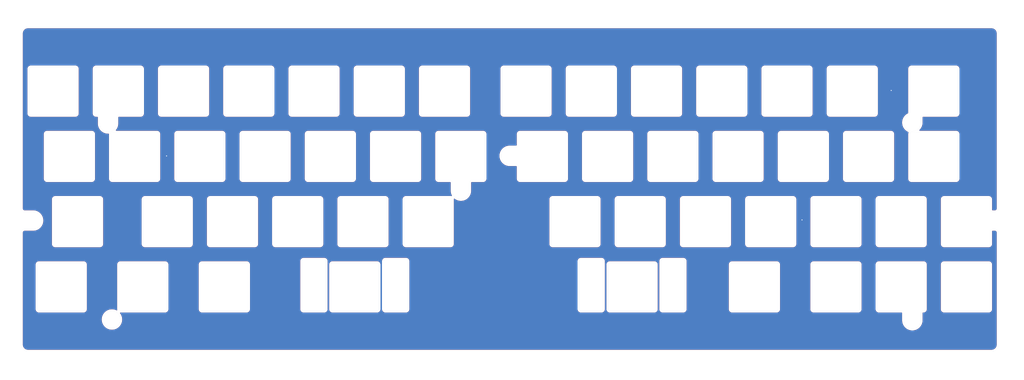
<source format=kicad_pcb>
(kicad_pcb (version 20240108) (generator "pcbnew") (generator_version "8.0")
  (layers (0 "F.Cu" signal) (31 "B.Cu" signal) (34 "B.Paste" user) (35 "F.Paste" user) (36 "B.SilkS" user "B.Silkscreen") (37 "F.SilkS" user "F.Silkscreen") (38 "B.Mask" user) (39 "F.Mask" user) (44 "Edge.Cuts" user))
  (net 0 "")
  (net 1 "GND")
  (gr_arc (start 249.76675 157.72) (mid 249.413196 157.573553) (end 249.266749 157.219999) (stroke (width 0.01)) (layer "Edge.Cuts"))
  (gr_line (start 140.172498 119.62) (end 127.1725 119.62) (stroke (width 0.01)) (layer "Edge.Cuts"))
  (gr_arc (start 65.26 100.57) (mid 64.906446 100.423553) (end 64.759999 100.069999) (stroke (width 0.01)) (layer "Edge.Cuts"))
  (gr_line (start 192.559998 100.57) (end 179.56 100.57) (stroke (width 0.01)) (layer "Edge.Cuts"))
  (gr_arc (start 152.866249 144.220001) (mid 153.012696 143.866447) (end 153.36625 143.72) (stroke (width 0.01)) (layer "Edge.Cuts"))
  (gr_line (start 197.822499 106.120002) (end 197.822499 119.119999) (stroke (width 0.01)) (layer "Edge.Cuts"))
  (gr_arc (start 146.2225 119.62) (mid 145.868946 119.473553) (end 145.722499 119.119999) (stroke (width 0.01)) (layer "Edge.Cuts"))
  (gr_line (start 345.459999 134.344711) (end 345.459999 138.169999) (stroke (width 0.01)) (layer "Edge.Cuts"))
  (gr_arc (start 264.784999 106.120001) (mid 264.931446 105.766447) (end 265.285 105.62) (stroke (width 0.01)) (layer "Edge.Cuts"))
  (gr_line (start 260.022499 100.069999) (end 260.022499 87.070001) (stroke (width 0.01)) (layer "Edge.Cuts"))
  (gr_line (start 217.66 124.67) (end 230.659998 124.67) (stroke (width 0.01)) (layer "Edge.Cuts"))
  (gr_line (start 135.409998 100.57) (end 122.41 100.57) (stroke (width 0.01)) (layer "Edge.Cuts"))
  (gr_line (start 256.266749 143.220002) (end 256.266749 157.219999) (stroke (width 0.01)) (layer "Edge.Cuts"))
  (gr_arc (start 150.197499 138.169999) (mid 150.051052 138.523553) (end 149.697498 138.67) (stroke (width 0.01)) (layer "Edge.Cuts"))
  (gr_line (start 331.96 143.72) (end 344.959998 143.72) (stroke (width 0.01)) (layer "Edge.Cuts"))
  (gr_line (start 64.759999 100.069999) (end 64.759999 87.070001) (stroke (width 0.01)) (layer "Edge.Cuts"))
  (gr_arc (start 155.7475 138.67) (mid 155.393946 138.523553) (end 155.247499 138.169999) (stroke (width 0.01)) (layer "Edge.Cuts"))
  (gr_line (start 321.934999 100.353175) (end 321.934999 87.070001) (stroke (width 0.01)) (layer "Edge.Cuts"))
  (gr_line (start 293.86 124.67) (end 306.859998 124.67) (stroke (width 0.01)) (layer "Edge.Cuts"))
  (gr_arc (start 144.428249 143.220001) (mid 144.574696 142.866447) (end 144.92825 142.72) (stroke (width 0.01)) (layer "Edge.Cuts"))
  (gr_arc (start 72.40375 138.67) (mid 72.050196 138.523553) (end 71.903749 138.169999) (stroke (width 0.01)) (layer "Edge.Cuts"))
  (gr_arc (start 316.384998 105.62) (mid 316.738552 105.766447) (end 316.884999 106.120002) (stroke (width 0.01)) (layer "Edge.Cuts"))
  (gr_arc (start 83.022498 105.62) (mid 83.376052 105.766447) (end 83.522499 106.120002) (stroke (width 0.01)) (layer "Edge.Cuts"))
  (gr_line (start 278.784999 106.120002) (end 278.784999 119.119999) (stroke (width 0.01)) (layer "Edge.Cuts"))
  (gr_arc (start 169.247499 138.169999) (mid 169.101052 138.523553) (end 168.747498 138.67) (stroke (width 0.01)) (layer "Edge.Cuts"))
  (gr_curve (pts (xy 63.437748 133.84471) (xy 62.8855 133.84471) (xy 62.437809 134.292228) (xy 62.437809 134.844477)) (stroke (width 0.01)) (layer "Edge.Cuts"))
  (gr_line (start 65.26 86.57) (end 78.259998 86.57) (stroke (width 0.01)) (layer "Edge.Cuts"))
  (gr_line (start 168.304249 157.219999) (end 168.304249 143.220001) (stroke (width 0.01)) (layer "Edge.Cuts"))
  (gr_line (start 108.1225 105.62) (end 121.122498 105.62) (stroke (width 0.01)) (layer "Edge.Cuts"))
  (gr_arc (start 135.409998 86.57) (mid 135.763552 86.716447) (end 135.909999 87.070002) (stroke (width 0.01)) (layer "Edge.Cuts"))
  (gr_line (start 347.787661 167.569439) (end 347.787661 134.844477) (stroke (width 0.01)) (layer "Edge.Cuts"))
  (gr_line (start 140.959999 100.069999) (end 140.959999 87.070001) (stroke (width 0.01)) (layer "Edge.Cuts"))
  (gr_line (start 141.46 86.57) (end 154.459998 86.57) (stroke (width 0.01)) (layer "Edge.Cuts"))
  (gr_line (start 207.134998 109.95549) (end 205.085306 109.95549) (stroke (width 0.01)) (layer "Edge.Cuts"))
  (gr_curve (pts (xy 320.162819 102.745489) (xy 320.162819 101.618032) (xy 320.909269 100.66484) (xy 321.934999 100.353175)) (stroke (width 0.01)) (layer "Edge.Cuts"))
  (gr_line (start 306.859998 157.72) (end 293.86 157.72) (stroke (width 0.01)) (layer "Edge.Cuts"))
  (gr_line (start 149.697498 138.67) (end 136.6975 138.67) (stroke (width 0.01)) (layer "Edge.Cuts"))
  (gr_arc (start 335.434998 86.57) (mid 335.788552 86.716447) (end 335.934999 87.070002) (stroke (width 0.01)) (layer "Edge.Cuts"))
  (gr_line (start 231.890748 157.72) (end 225.89075 157.72) (stroke (width 0.01)) (layer "Edge.Cuts"))
  (gr_line (start 117.6475 124.67) (end 130.647498 124.67) (stroke (width 0.01)) (layer "Edge.Cuts"))
  (gr_arc (start 83.522499 119.119999) (mid 83.376052 119.473553) (end 83.022498 119.62) (stroke (width 0.01)) (layer "Edge.Cuts"))
  (gr_arc (start 154.459998 86.57) (mid 154.813552 86.716447) (end 154.959999 87.070002) (stroke (width 0.01)) (layer "Edge.Cuts"))
  (gr_line (start 240.972499 100.069999) (end 240.972499 87.070001) (stroke (width 0.01)) (layer "Edge.Cuts"))
  (gr_line (start 268.759998 138.67) (end 255.76 138.67) (stroke (width 0.01)) (layer "Edge.Cuts"))
  (gr_line (start 222.4225 86.57) (end 235.422498 86.57) (stroke (width 0.01)) (layer "Edge.Cuts"))
  (gr_arc (start 179.059999 87.070001) (mid 179.206446 86.716447) (end 179.56 86.57) (stroke (width 0.01)) (layer "Edge.Cuts"))
  (gr_arc (start 222.4225 100.57) (mid 222.068946 100.423553) (end 221.922499 100.069999) (stroke (width 0.01)) (layer "Edge.Cuts"))
  (gr_arc (start 331.96 138.67) (mid 331.606446 138.523553) (end 331.459999 138.169999) (stroke (width 0.01)) (layer "Edge.Cuts"))
  (gr_arc (start 85.403748 124.67) (mid 85.757302 124.816447) (end 85.903749 125.170002) (stroke (width 0.01)) (layer "Edge.Cuts"))
  (gr_line (start 83.522499 106.120002) (end 83.522499 119.119999) (stroke (width 0.01)) (layer "Edge.Cuts"))
  (gr_arc (start 116.859999 100.069999) (mid 116.713552 100.423553) (end 116.359998 100.57) (stroke (width 0.01)) (layer "Edge.Cuts"))
  (gr_arc (start 160.51 100.57) (mid 160.156446 100.423553) (end 160.009999 100.069999) (stroke (width 0.01)) (layer "Edge.Cuts"))
  (gr_arc (start 335.934999 100.069999) (mid 335.788552 100.423553) (end 335.434998 100.57) (stroke (width 0.01)) (layer "Edge.Cuts"))
  (gr_arc (start 67.64125 157.72) (mid 67.287696 157.573553) (end 67.141249 157.219999) (stroke (width 0.01)) (layer "Edge.Cuts"))
  (gr_line (start 174.7975 124.67) (end 187.797498 124.67) (stroke (width 0.01)) (layer "Edge.Cuts"))
  (gr_arc (start 128.266248 143.72) (mid 128.619802 143.866447) (end 128.766249 144.220002) (stroke (width 0.01)) (layer "Edge.Cuts"))
  (gr_line (start 121.122498 119.62) (end 108.1225 119.62) (stroke (width 0.01)) (layer "Edge.Cuts"))
  (gr_arc (start 197.322498 105.62) (mid 197.676052 105.766447) (end 197.822499 106.120002) (stroke (width 0.01)) (layer "Edge.Cuts"))
  (gr_line (start 335.434998 100.57) (end 325.662687 100.57) (stroke (width 0.01)) (layer "Edge.Cuts"))
  (gr_arc (start 335.934999 119.119999) (mid 335.788552 119.473553) (end 335.434998 119.62) (stroke (width 0.01)) (layer "Edge.Cuts"))
  (gr_arc (start 175.304249 157.219999) (mid 175.157802 157.573553) (end 174.804248 157.72) (stroke (width 0.01)) (layer "Edge.Cuts"))
  (gr_line (start 188.351146 122.62) (end 188.351146 120.120001) (stroke (width 0.01)) (layer "Edge.Cuts"))
  (gr_arc (start 173.509998 86.57) (mid 173.863552 86.716447) (end 174.009999 87.070002) (stroke (width 0.01)) (layer "Edge.Cuts"))
  (gr_arc (start 312.409999 144.220001) (mid 312.556446 143.866447) (end 312.91 143.72) (stroke (width 0.01)) (layer "Edge.Cuts"))
  (gr_arc (start 121.622499 119.119999) (mid 121.476052 119.473553) (end 121.122498 119.62) (stroke (width 0.01)) (layer "Edge.Cuts"))
  (gr_arc (start 203.3725 100.57) (mid 203.018946 100.423553) (end 202.872499 100.069999) (stroke (width 0.01)) (layer "Edge.Cuts"))
  (gr_arc (start 287.809998 124.67) (mid 288.163552 124.816447) (end 288.309999 125.170002) (stroke (width 0.01)) (layer "Edge.Cuts"))
  (gr_line (start 85.903749 125.170002) (end 85.903749 138.169999) (stroke (width 0.01)) (layer "Edge.Cuts"))
  (gr_arc (start 269.259999 138.169999) (mid 269.113552 138.523553) (end 268.759998 138.67) (stroke (width 0.01)) (layer "Edge.Cuts"))
  (gr_arc (start 344.959998 143.72) (mid 345.313552 143.866447) (end 345.459999 144.220002) (stroke (width 0.01)) (layer "Edge.Cuts"))
  (gr_arc (start 160.009999 87.070001) (mid 160.156446 86.716447) (end 160.51 86.57) (stroke (width 0.01)) (layer "Edge.Cuts"))
  (gr_arc (start 292.572498 86.57) (mid 292.926052 86.716447) (end 293.072499 87.070002) (stroke (width 0.01)) (layer "Edge.Cuts"))
  (gr_arc (start 322.435 119.62) (mid 322.081446 119.473553) (end 321.934999 119.119999) (stroke (width 0.01)) (layer "Edge.Cuts"))
  (gr_curve (pts (xy 345.787784 169.569317) (xy 346.892281 169.569317) (xy 347.787661 168.673937) (xy 347.787661 167.569439)) (stroke (width 0.01)) (layer "Edge.Cuts"))
  (gr_arc (start 303.385 119.62) (mid 303.031446 119.473553) (end 302.884999 119.119999) (stroke (width 0.01)) (layer "Edge.Cuts"))
  (gr_arc (start 184.3225 119.62) (mid 183.968946 119.473553) (end 183.822499 119.119999) (stroke (width 0.01)) (layer "Edge.Cuts"))
  (gr_arc (start 325.909998 143.72) (mid 326.263552 143.866447) (end 326.409999 144.220002) (stroke (width 0.01)) (layer "Edge.Cuts"))
  (gr_line (start 306.859998 138.67) (end 293.86 138.67) (stroke (width 0.01)) (layer "Edge.Cuts"))
  (gr_arc (start 240.684999 119.119999) (mid 240.538552 119.473553) (end 240.184998 119.62) (stroke (width 0.01)) (layer "Edge.Cuts"))
  (gr_curve (pts (xy 62.437809 127.847833) (xy 62.437809 128.400081) (xy 62.8855 128.847944) (xy 63.437748 128.847944)) (stroke (width 0.01)) (layer "Edge.Cuts"))
  (gr_line (start 85.313416 102.99601) (end 85.313416 101.070001) (stroke (width 0.01)) (layer "Edge.Cuts"))
  (gr_line (start 121.622499 106.120002) (end 121.622499 119.119999) (stroke (width 0.01)) (layer "Edge.Cuts"))
  (gr_arc (start 231.159999 138.169999) (mid 231.013552 138.523553) (end 230.659998 138.67) (stroke (width 0.01)) (layer "Edge.Cuts"))
  (gr_line (start 226.684999 119.119999) (end 226.684999 106.120001) (stroke (width 0.01)) (layer "Edge.Cuts"))
  (gr_line (start 335.934999 106.120002) (end 335.934999 119.119999) (stroke (width 0.01)) (layer "Edge.Cuts"))
  (gr_line (start 130.647498 138.67) (end 117.6475 138.67) (stroke (width 0.01)) (layer "Edge.Cuts"))
  (gr_line (start 67.141249 157.219999) (end 67.141249 144.220001) (stroke (width 0.01)) (layer "Edge.Cuts"))
  (gr_line (start 140.672499 106.120002) (end 140.672499 119.119999) (stroke (width 0.01)) (layer "Edge.Cuts"))
  (gr_line (start 63.437748 128.847944) (end 65.927519 128.847944) (stroke (width 0.01)) (layer "Edge.Cuts"))
  (gr_line (start 278.284998 119.62) (end 265.285 119.62) (stroke (width 0.01)) (layer "Edge.Cuts"))
  (gr_line (start 236.209999 138.169999) (end 236.209999 125.170001) (stroke (width 0.01)) (layer "Edge.Cuts"))
  (gr_arc (start 319.662855 157.72) (mid 320.016409 157.866447) (end 320.162856 158.220001) (stroke (width 0.01)) (layer "Edge.Cuts"))
  (gr_arc (start 140.172498 105.62) (mid 140.526052 105.766447) (end 140.672499 106.120002) (stroke (width 0.01)) (layer "Edge.Cuts"))
  (gr_line (start 297.834999 106.120002) (end 297.834999 119.119999) (stroke (width 0.01)) (layer "Edge.Cuts"))
  (gr_arc (start 306.859998 124.67) (mid 307.213552 124.816447) (end 307.359999 125.170002) (stroke (width 0.01)) (layer "Edge.Cuts"))
  (gr_arc (start 312.91 157.72) (mid 312.556446 157.573553) (end 312.409999 157.219999) (stroke (width 0.01)) (layer "Edge.Cuts"))
  (gr_line (start 293.072499 87.070002) (end 293.072499 100.069999) (stroke (width 0.01)) (layer "Edge.Cuts"))
  (gr_arc (start 278.284998 105.62) (mid 278.638552 105.766447) (end 278.784999 106.120002) (stroke (width 0.01)) (layer "Edge.Cuts"))
  (gr_line (start 128.266248 157.72) (end 115.26625 157.72) (stroke (width 0.01)) (layer "Edge.Cuts"))
  (gr_arc (start 293.072499 100.069999) (mid 292.926052 100.423553) (end 292.572498 100.57) (stroke (width 0.01)) (layer "Edge.Cuts"))
  (gr_line (start 216.372498 100.57) (end 203.3725 100.57) (stroke (width 0.01)) (layer "Edge.Cuts"))
  (gr_line (start 292.572498 100.57) (end 279.5725 100.57) (stroke (width 0.01)) (layer "Edge.Cuts"))
  (gr_line (start 144.428249 157.219999) (end 144.428249 143.220001) (stroke (width 0.01)) (layer "Edge.Cuts"))
  (gr_line (start 321.934999 119.119999) (end 321.934999 106.120001) (stroke (width 0.01)) (layer "Edge.Cuts"))
  (gr_line (start 216.872499 87.070002) (end 216.872499 100.069999) (stroke (width 0.01)) (layer "Edge.Cuts"))
  (gr_line (start 153.36625 143.72) (end 166.366248 143.72) (stroke (width 0.01)) (layer "Edge.Cuts"))
  (gr_arc (start 207.634999 109.455489) (mid 207.488552 109.809043) (end 207.134998 109.95549) (stroke (width 0.01)) (layer "Edge.Cuts"))
  (gr_line (start 78.759999 87.070002) (end 78.759999 100.069999) (stroke (width 0.01)) (layer "Edge.Cuts"))
  (gr_line (start 97.309998 100.57) (end 90.813456 100.57) (stroke (width 0.01)) (layer "Edge.Cuts"))
  (gr_line (start 284.335 105.62) (end 297.334998 105.62) (stroke (width 0.01)) (layer "Edge.Cuts"))
  (gr_line (start 283.047498 157.72) (end 270.0475 157.72) (stroke (width 0.01)) (layer "Edge.Cuts"))
  (gr_arc (start 165.2725 119.62) (mid 164.918946 119.473553) (end 164.772499 119.119999) (stroke (width 0.01)) (layer "Edge.Cuts"))
  (gr_line (start 78.259998 100.57) (end 65.26 100.57) (stroke (width 0.01)) (layer "Edge.Cuts"))
  (gr_line (start 80.641248 157.72) (end 67.64125 157.72) (stroke (width 0.01)) (layer "Edge.Cuts"))
  (gr_arc (start 260.022499 87.070001) (mid 260.168946 86.716447) (end 260.5225 86.57) (stroke (width 0.01)) (layer "Edge.Cuts"))
  (gr_line (start 298.122499 100.069999) (end 298.122499 87.070001) (stroke (width 0.01)) (layer "Edge.Cuts"))
  (gr_line (start 165.2725 105.62) (end 178.272498 105.62) (stroke (width 0.01)) (layer "Edge.Cuts"))
  (gr_arc (start 344.959998 124.67) (mid 345.313552 124.816447) (end 345.459999 125.170002) (stroke (width 0.01)) (layer "Edge.Cuts"))
  (gr_line (start 269.259999 125.170002) (end 269.259999 138.169999) (stroke (width 0.01)) (layer "Edge.Cuts"))
  (gr_curve (pts (xy 346.787895 128.847944) (xy 347.340144 128.847944) (xy 347.787661 128.400081) (xy 347.787661 127.847833)) (stroke (width 0.01)) (layer "Edge.Cuts"))
  (gr_arc (start 345.459999 157.219999) (mid 345.313552 157.573553) (end 344.959998 157.72) (stroke (width 0.01)) (layer "Edge.Cuts"))
  (gr_line (start 235.422498 100.57) (end 222.4225 100.57) (stroke (width 0.01)) (layer "Edge.Cuts"))
  (gr_arc (start 316.884999 119.119999) (mid 316.738552 119.473553) (end 316.384998 119.62) (stroke (width 0.01)) (layer "Edge.Cuts"))
  (gr_arc (start 88.572499 106.120001) (mid 88.718946 105.766447) (end 89.0725 105.62) (stroke (width 0.01)) (layer "Edge.Cuts"))
  (gr_curve (pts (xy 325.162686 102.745489) (xy 325.162686 104.126283) (xy 324.043719 105.245595) (xy 322.662925 105.245595)) (stroke (width 0.01)) (layer "Edge.Cuts"))
  (gr_arc (start 150.928248 142.72) (mid 151.281802 142.866447) (end 151.428249 143.220002) (stroke (width 0.01)) (layer "Edge.Cuts"))
  (gr_arc (start 217.159999 125.170001) (mid 217.306446 124.816447) (end 217.66 124.67) (stroke (width 0.01)) (layer "Edge.Cuts"))
  (gr_line (start 187.797498 138.67) (end 174.7975 138.67) (stroke (width 0.01)) (layer "Edge.Cuts"))
  (gr_arc (start 245.734999 106.120001) (mid 245.881446 105.766447) (end 246.235 105.62) (stroke (width 0.01)) (layer "Edge.Cuts"))
  (gr_arc (start 159.222498 105.62) (mid 159.576052 105.766447) (end 159.722499 106.120002) (stroke (width 0.01)) (layer "Edge.Cuts"))
  (gr_arc (start 108.1225 119.62) (mid 107.768946 119.473553) (end 107.622499 119.119999) (stroke (width 0.01)) (layer "Edge.Cuts"))
  (gr_line (start 221.634999 119.119999) (end 221.634999 106.120002) (stroke (width 0.01)) (layer "Edge.Cuts"))
  (gr_line (start 247.828749 144.220002) (end 247.828749 157.219999) (stroke (width 0.01)) (layer "Edge.Cuts"))
  (gr_line (start 293.86 143.72) (end 306.859998 143.72) (stroke (width 0.01)) (layer "Edge.Cuts"))
  (gr_line (start 235.922499 87.070002) (end 235.922499 100.069999) (stroke (width 0.01)) (layer "Edge.Cuts"))
  (gr_line (start 255.76 124.67) (end 268.759998 124.67) (stroke (width 0.01)) (layer "Edge.Cuts"))
  (gr_line (start 274.309999 138.169999) (end 274.309999 125.170001) (stroke (width 0.01)) (layer "Edge.Cuts"))
  (gr_line (start 325.909998 157.72) (end 325.666015 157.72) (stroke (width 0.01)) (layer "Edge.Cuts"))
  (gr_line (start 259.734999 106.120002) (end 259.734999 119.119999) (stroke (width 0.01)) (layer "Edge.Cuts"))
  (gr_line (start 346.787895 133.84471) (end 345.96 133.84471) (stroke (width 0.01)) (layer "Edge.Cuts"))
  (gr_arc (start 85.903749 138.169999) (mid 85.757302 138.523553) (end 85.403748 138.67) (stroke (width 0.01)) (layer "Edge.Cuts"))
  (gr_arc (start 197.822499 119.119999) (mid 197.676052 119.473553) (end 197.322498 119.62) (stroke (width 0.01)) (layer "Edge.Cuts"))
  (gr_arc (start 193.351146 120.120001) (mid 193.497593 119.766447) (end 193.851147 119.62) (stroke (width 0.01)) (layer "Edge.Cuts"))
  (gr_arc (start 283.547499 157.219999) (mid 283.401052 157.573553) (end 283.047498 157.72) (stroke (width 0.01)) (layer "Edge.Cuts"))
  (gr_arc (start 179.56 100.57) (mid 179.206446 100.423553) (end 179.059999 100.069999) (stroke (width 0.01)) (layer "Edge.Cuts"))
  (gr_arc (start 128.766249 157.219999) (mid 128.619802 157.573553) (end 128.266248 157.72) (stroke (width 0.01)) (layer "Edge.Cuts"))
  (gr_arc (start 78.259998 86.57) (mid 78.613552 86.716447) (end 78.759999 87.070002) (stroke (width 0.01)) (layer "Edge.Cuts"))
  (gr_line (start 83.022498 119.62) (end 70.0225 119.62) (stroke (width 0.01)) (layer "Edge.Cuts"))
  (gr_line (start 117.147499 138.169999) (end 117.147499 125.170001) (stroke (width 0.01)) (layer "Edge.Cuts"))
  (gr_arc (start 135.909999 100.069999) (mid 135.763552 100.423553) (end 135.409998 100.57) (stroke (width 0.01)) (layer "Edge.Cuts"))
  (gr_arc (start 90.953749 144.220001) (mid 91.100196 143.866447) (end 91.45375 143.72) (stroke (width 0.01)) (layer "Edge.Cuts"))
  (gr_line (start 202.872499 100.069999) (end 202.872499 87.070001) (stroke (width 0.01)) (layer "Edge.Cuts"))
  (gr_line (start 331.96 124.67) (end 344.959998 124.67) (stroke (width 0.01)) (layer "Edge.Cuts"))
  (gr_arc (start 293.359999 144.220001) (mid 293.506446 143.866447) (end 293.86 143.72) (stroke (width 0.01)) (layer "Edge.Cuts"))
  (gr_arc (start 298.6225 100.57) (mid 298.268946 100.423553) (end 298.122499 100.069999) (stroke (width 0.01)) (layer "Edge.Cuts"))
  (gr_line (start 136.6975 124.67) (end 149.697498 124.67) (stroke (width 0.01)) (layer "Edge.Cuts"))
  (gr_arc (start 202.872499 87.070001) (mid 203.018946 86.716447) (end 203.3725 86.57) (stroke (width 0.01)) (layer "Edge.Cuts"))
  (gr_line (start 159.222498 119.62) (end 146.2225 119.62) (stroke (width 0.01)) (layer "Edge.Cuts"))
  (gr_line (start 331.459999 157.219999) (end 331.459999 144.220001) (stroke (width 0.01)) (layer "Edge.Cuts"))
  (gr_line (start 326.409999 144.220002) (end 326.409999 157.219999) (stroke (width 0.01)) (layer "Edge.Cuts"))
  (gr_arc (start 235.922499 100.069999) (mid 235.776052 100.423553) (end 235.422498 100.57) (stroke (width 0.01)) (layer "Edge.Cuts"))
  (gr_arc (start 217.66 138.67) (mid 217.306446 138.523553) (end 217.159999 138.169999) (stroke (width 0.01)) (layer "Edge.Cuts"))
  (gr_line (start 283.834999 119.119999) (end 283.834999 106.120001) (stroke (width 0.01)) (layer "Edge.Cuts"))
  (gr_line (start 81.141249 144.220002) (end 81.141249 157.219999) (stroke (width 0.01)) (layer "Edge.Cuts"))
  (gr_arc (start 98.097499 125.170001) (mid 98.243946 124.816447) (end 98.5975 124.67) (stroke (width 0.01)) (layer "Edge.Cuts"))
  (gr_line (start 247.328748 157.72) (end 234.32875 157.72) (stroke (width 0.01)) (layer "Edge.Cuts"))
  (gr_arc (start 307.359999 157.219999) (mid 307.213552 157.573553) (end 306.859998 157.72) (stroke (width 0.01)) (layer "Edge.Cuts"))
  (gr_arc (start 131.147499 138.169999) (mid 131.001052 138.523553) (end 130.647498 138.67) (stroke (width 0.01)) (layer "Edge.Cuts"))
  (gr_line (start 255.259999 138.169999) (end 255.259999 125.170001) (stroke (width 0.01)) (layer "Edge.Cuts"))
  (gr_arc (start 265.285 119.62) (mid 264.931446 119.473553) (end 264.784999 119.119999) (stroke (width 0.01)) (layer "Edge.Cuts"))
  (gr_line (start 69.522499 119.119999) (end 69.522499 106.120001) (stroke (width 0.01)) (layer "Edge.Cuts"))
  (gr_arc (start 302.884999 106.120001) (mid 303.031446 105.766447) (end 303.385 105.62) (stroke (width 0.01)) (layer "Edge.Cuts"))
  (gr_line (start 169.247499 125.170002) (end 169.247499 138.169999) (stroke (width 0.01)) (layer "Edge.Cuts"))
  (gr_curve (pts (xy 62.437809 167.569439) (xy 62.437809 168.673937) (xy 63.33319 169.569317) (xy 64.43786 169.569317)) (stroke (width 0.01)) (layer "Edge.Cuts"))
  (gr_curve (pts (xy 68.425902 131.346327) (xy 68.425902 132.726088) (xy 67.30728 133.84471) (xy 65.927519 133.84471)) (stroke (width 0.01)) (layer "Edge.Cuts"))
  (gr_arc (start 216.872499 100.069999) (mid 216.726052 100.423553) (end 216.372498 100.57) (stroke (width 0.01)) (layer "Edge.Cuts"))
  (gr_arc (start 84.31 100.57) (mid 83.956446 100.423553) (end 83.809999 100.069999) (stroke (width 0.01)) (layer "Edge.Cuts"))
  (gr_arc (start 187.797498 124.67) (mid 188.151052 124.816447) (end 188.297499 125.170002) (stroke (width 0.01)) (layer "Edge.Cuts"))
  (gr_line (start 316.384998 119.62) (end 303.385 119.62) (stroke (width 0.01)) (layer "Edge.Cuts"))
  (gr_line (start 187.851145 119.62) (end 184.3225 119.62) (stroke (width 0.01)) (layer "Edge.Cuts"))
  (gr_arc (start 259.234998 105.62) (mid 259.588552 105.766447) (end 259.734999 106.120002) (stroke (width 0.01)) (layer "Edge.Cuts"))
  (gr_arc (start 97.809999 100.069999) (mid 97.663552 100.423553) (end 97.309998 100.57) (stroke (width 0.01)) (layer "Edge.Cuts"))
  (gr_arc (start 235.422498 86.57) (mid 235.776052 86.716447) (end 235.922499 87.070002) (stroke (width 0.01)) (layer "Edge.Cuts"))
  (gr_arc (start 259.734999 119.119999) (mid 259.588552 119.473553) (end 259.234998 119.62) (stroke (width 0.01)) (layer "Edge.Cuts"))
  (gr_arc (start 188.297499 138.169999) (mid 188.151052 138.523553) (end 187.797498 138.67) (stroke (width 0.01)) (layer "Edge.Cuts"))
  (gr_arc (start 141.46 100.57) (mid 141.106446 100.423553) (end 140.959999 100.069999) (stroke (width 0.01)) (layer "Edge.Cuts"))
  (gr_arc (start 145.722499 106.120001) (mid 145.868946 105.766447) (end 146.2225 105.62) (stroke (width 0.01)) (layer "Edge.Cuts"))
  (gr_line (start 325.166014 158.219896) (end 325.165546 160.456033) (stroke (width 0.01)) (layer "Edge.Cuts"))
  (gr_arc (start 122.41 100.57) (mid 122.056446 100.423553) (end 121.909999 100.069999) (stroke (width 0.01)) (layer "Edge.Cuts"))
  (gr_line (start 303.385 105.62) (end 316.384998 105.62) (stroke (width 0.01)) (layer "Edge.Cuts"))
  (gr_line (start 150.928248 157.72) (end 144.92825 157.72) (stroke (width 0.01)) (layer "Edge.Cuts"))
  (gr_line (start 233.828749 157.219999) (end 233.828749 144.220001) (stroke (width 0.01)) (layer "Edge.Cuts"))
  (gr_arc (start 121.909999 87.070001) (mid 122.056446 86.716447) (end 122.41 86.57) (stroke (width 0.01)) (layer "Edge.Cuts"))
  (gr_line (start 236.71 124.67) (end 249.709998 124.67) (stroke (width 0.01)) (layer "Edge.Cuts"))
  (gr_line (start 84.31 86.57) (end 97.309998 86.57) (stroke (width 0.01)) (layer "Edge.Cuts"))
  (gr_arc (start 216.372498 86.57) (mid 216.726052 86.716447) (end 216.872499 87.070002) (stroke (width 0.01)) (layer "Edge.Cuts"))
  (gr_arc (start 221.634999 119.119999) (mid 221.488552 119.473553) (end 221.134998 119.62) (stroke (width 0.01)) (layer "Edge.Cuts"))
  (gr_line (start 260.5225 86.57) (end 273.522498 86.57) (stroke (width 0.01)) (layer "Edge.Cuts"))
  (gr_line (start 274.022499 87.070002) (end 274.022499 100.069999) (stroke (width 0.01)) (layer "Edge.Cuts"))
  (gr_line (start 98.097499 138.169999) (end 98.097499 125.170001) (stroke (width 0.01)) (layer "Edge.Cuts"))
  (gr_line (start 230.659998 138.67) (end 217.66 138.67) (stroke (width 0.01)) (layer "Edge.Cuts"))
  (gr_arc (start 227.185 119.62) (mid 226.831446 119.473553) (end 226.684999 119.119999) (stroke (width 0.01)) (layer "Edge.Cuts"))
  (gr_line (start 254.972499 87.070002) (end 254.972499 100.069999) (stroke (width 0.01)) (layer "Edge.Cuts"))
  (gr_arc (start 117.6475 138.67) (mid 117.293946 138.523553) (end 117.147499 138.169999) (stroke (width 0.01)) (layer "Edge.Cuts"))
  (gr_arc (start 274.81 138.67) (mid 274.456446 138.523553) (end 274.309999 138.169999) (stroke (width 0.01)) (layer "Edge.Cuts"))
  (gr_arc (start 111.597498 124.67) (mid 111.951052 124.816447) (end 112.097499 125.170002) (stroke (width 0.01)) (layer "Edge.Cuts"))
  (gr_arc (start 83.809999 87.070001) (mid 83.956446 86.716447) (end 84.31 86.57) (stroke (width 0.01)) (layer "Edge.Cuts"))
  (gr_arc (start 232.390749 157.219999) (mid 232.244302 157.573553) (end 231.890748 157.72) (stroke (width 0.01)) (layer "Edge.Cuts"))
  (gr_line (start 225.89075 142.72) (end 231.890748 142.72) (stroke (width 0.01)) (layer "Edge.Cuts"))
  (gr_arc (start 236.71 138.67) (mid 236.356446 138.523553) (end 236.209999 138.169999) (stroke (width 0.01)) (layer "Edge.Cuts"))
  (gr_arc (start 153.36625 157.72) (mid 153.012696 157.573553) (end 152.866249 157.219999) (stroke (width 0.01)) (layer "Edge.Cuts"))
  (gr_line (start 316.884999 106.120002) (end 316.884999 119.119999) (stroke (width 0.01)) (layer "Edge.Cuts"))
  (gr_line (start 240.684999 106.120002) (end 240.684999 119.119999) (stroke (width 0.01)) (layer "Edge.Cuts"))
  (gr_line (start 107.622499 119.119999) (end 107.622499 106.120001) (stroke (width 0.01)) (layer "Edge.Cuts"))
  (gr_arc (start 166.366248 143.72) (mid 166.719802 143.866447) (end 166.866249 144.220002) (stroke (width 0.01)) (layer "Edge.Cuts"))
  (gr_line (start 345.96 128.847944) (end 346.787895 128.847944) (stroke (width 0.01)) (layer "Edge.Cuts"))
  (gr_line (start 245.734999 119.119999) (end 245.734999 106.120001) (stroke (width 0.01)) (layer "Edge.Cuts"))
  (gr_line (start 269.547499 157.219999) (end 269.547499 144.220001) (stroke (width 0.01)) (layer "Edge.Cuts"))
  (gr_arc (start 89.0725 119.62) (mid 88.718946 119.473553) (end 88.572499 119.119999) (stroke (width 0.01)) (layer "Edge.Cuts"))
  (gr_arc (start 236.209999 125.170001) (mid 236.356446 124.816447) (end 236.71 124.67) (stroke (width 0.01)) (layer "Edge.Cuts"))
  (gr_arc (start 298.122499 87.070001) (mid 298.268946 86.716447) (end 298.6225 86.57) (stroke (width 0.01)) (layer "Edge.Cuts"))
  (gr_line (start 225.390749 157.219999) (end 225.390749 143.220001) (stroke (width 0.01)) (layer "Edge.Cuts"))
  (gr_arc (start 115.26625 157.72) (mid 114.912696 157.573553) (end 114.766249 157.219999) (stroke (width 0.01)) (layer "Edge.Cuts"))
  (gr_line (start 97.809999 87.070002) (end 97.809999 100.069999) (stroke (width 0.01)) (layer "Edge.Cuts"))
  (gr_line (start 279.072499 100.069999) (end 279.072499 87.070001) (stroke (width 0.01)) (layer "Edge.Cuts"))
  (gr_arc (start 260.5225 100.57) (mid 260.168946 100.423553) (end 260.022499 100.069999) (stroke (width 0.01)) (layer "Edge.Cuts"))
  (gr_line (start 168.80425 142.72) (end 174.804248 142.72) (stroke (width 0.01)) (layer "Edge.Cuts"))
  (gr_arc (start 279.5725 100.57) (mid 279.218946 100.423553) (end 279.072499 100.069999) (stroke (width 0.01)) (layer "Edge.Cuts"))
  (gr_line (start 131.147499 125.170002) (end 131.147499 138.169999) (stroke (width 0.01)) (layer "Edge.Cuts"))
  (gr_arc (start 116.359998 86.57) (mid 116.713552 86.716447) (end 116.859999 87.070002) (stroke (width 0.01)) (layer "Edge.Cuts"))
  (gr_curve (pts (xy 347.787661 76.719515) (xy 347.787661 75.614845) (xy 346.892281 74.719465) (xy 345.787784 74.719465)) (stroke (width 0.01)) (layer "Edge.Cuts"))
  (gr_arc (start 140.959999 87.070001) (mid 141.106446 86.716447) (end 141.46 86.57) (stroke (width 0.01)) (layer "Edge.Cuts"))
  (gr_line (start 273.522498 100.57) (end 260.5225 100.57) (stroke (width 0.01)) (layer "Edge.Cuts"))
  (gr_line (start 151.428249 143.220002) (end 151.428249 157.219999) (stroke (width 0.01)) (layer "Edge.Cuts"))
  (gr_arc (start 255.766748 142.72) (mid 256.120302 142.866447) (end 256.266749 143.220002) (stroke (width 0.01)) (layer "Edge.Cuts"))
  (gr_line (start 312.409999 157.219999) (end 312.409999 144.220001) (stroke (width 0.01)) (layer "Edge.Cuts"))
  (gr_arc (start 159.722499 119.119999) (mid 159.576052 119.473553) (end 159.222498 119.62) (stroke (width 0.01)) (layer "Edge.Cuts"))
  (gr_line (start 246.235 105.62) (end 259.234998 105.62) (stroke (width 0.01)) (layer "Edge.Cuts"))
  (gr_arc (start 69.522499 106.120001) (mid 69.668946 105.766447) (end 70.0225 105.62) (stroke (width 0.01)) (layer "Edge.Cuts"))
  (gr_arc (start 279.072499 87.070001) (mid 279.218946 86.716447) (end 279.5725 86.57) (stroke (width 0.01)) (layer "Edge.Cuts"))
  (gr_line (start 255.766748 157.72) (end 249.76675 157.72) (stroke (width 0.01)) (layer "Edge.Cuts"))
  (gr_arc (start 174.7975 138.67) (mid 174.443946 138.523553) (end 174.297499 138.169999) (stroke (width 0.01)) (layer "Edge.Cuts"))
  (gr_line (start 207.634999 106.120001) (end 207.634999 109.455489) (stroke (width 0.01)) (layer "Edge.Cuts"))
  (gr_arc (start 174.297499 125.170001) (mid 174.443946 124.816447) (end 174.7975 124.67) (stroke (width 0.01)) (layer "Edge.Cuts"))
  (gr_arc (start 297.334998 105.62) (mid 297.688552 105.766447) (end 297.834999 106.120002) (stroke (width 0.01)) (layer "Edge.Cuts"))
  (gr_arc (start 98.5975 138.67) (mid 98.243946 138.523553) (end 98.097499 138.169999) (stroke (width 0.01)) (layer "Edge.Cuts"))
  (gr_arc (start 249.709998 124.67) (mid 250.063552 124.816447) (end 250.209999 125.170002) (stroke (width 0.01)) (layer "Edge.Cuts"))
  (gr_line (start 173.509998 100.57) (end 160.51 100.57) (stroke (width 0.01)) (layer "Edge.Cuts"))
  (gr_line (start 71.903749 138.169999) (end 71.903749 125.170001) (stroke (width 0.01)) (layer "Edge.Cuts"))
  (gr_line (start 322.435 105.62) (end 335.434998 105.62) (stroke (width 0.01)) (layer "Edge.Cuts"))
  (gr_line (start 126.672499 119.119999) (end 126.672499 106.120001) (stroke (width 0.01)) (layer "Edge.Cuts"))
  (gr_arc (start 166.866249 157.219999) (mid 166.719802 157.573553) (end 166.366248 157.72) (stroke (width 0.01)) (layer "Edge.Cuts"))
  (gr_line (start 64.43786 169.569317) (end 345.787784 169.569317) (stroke (width 0.01)) (layer "Edge.Cuts"))
  (gr_arc (start 335.434998 105.62) (mid 335.788552 105.766447) (end 335.934999 106.120002) (stroke (width 0.01)) (layer "Edge.Cuts"))
  (gr_line (start 111.597498 138.67) (end 98.5975 138.67) (stroke (width 0.01)) (layer "Edge.Cuts"))
  (gr_line (start 114.766249 157.219999) (end 114.766249 144.220001) (stroke (width 0.01)) (layer "Edge.Cuts"))
  (gr_line (start 154.459998 100.57) (end 141.46 100.57) (stroke (width 0.01)) (layer "Edge.Cuts"))
  (gr_arc (start 233.828749 144.220001) (mid 233.975196 143.866447) (end 234.32875 143.72) (stroke (width 0.01)) (layer "Edge.Cuts"))
  (gr_arc (start 67.141249 144.220001) (mid 67.287696 143.866447) (end 67.64125 143.72) (stroke (width 0.01)) (layer "Edge.Cuts"))
  (gr_line (start 344.959998 138.67) (end 331.96 138.67) (stroke (width 0.01)) (layer "Edge.Cuts"))
  (gr_arc (start 117.147499 125.170001) (mid 117.293946 124.816447) (end 117.6475 124.67) (stroke (width 0.01)) (layer "Edge.Cuts"))
  (gr_line (start 335.434998 119.62) (end 322.435 119.62) (stroke (width 0.01)) (layer "Edge.Cuts"))
  (gr_line (start 311.622498 100.57) (end 298.6225 100.57) (stroke (width 0.01)) (layer "Edge.Cuts"))
  (gr_arc (start 254.472498 86.57) (mid 254.826052 86.716447) (end 254.972499 87.070002) (stroke (width 0.01)) (layer "Edge.Cuts"))
  (gr_arc (start 293.359999 125.170001) (mid 293.506446 124.816447) (end 293.86 124.67) (stroke (width 0.01)) (layer "Edge.Cuts"))
  (gr_line (start 249.76675 142.72) (end 255.766748 142.72) (stroke (width 0.01)) (layer "Edge.Cuts"))
  (gr_line (start 240.184998 119.62) (end 227.185 119.62) (stroke (width 0.01)) (layer "Edge.Cuts"))
  (gr_line (start 345.459999 125.170002) (end 345.459999 128.347943) (stroke (width 0.01)) (layer "Edge.Cuts"))
  (gr_line (start 203.3725 86.57) (end 216.372498 86.57) (stroke (width 0.01)) (layer "Edge.Cuts"))
  (gr_line (start 179.56 86.57) (end 192.559998 86.57) (stroke (width 0.01)) (layer "Edge.Cuts"))
  (gr_line (start 160.009999 100.069999) (end 160.009999 87.070001) (stroke (width 0.01)) (layer "Edge.Cuts"))
  (gr_line (start 326.409999 125.170002) (end 326.409999 138.169999) (stroke (width 0.01)) (layer "Edge.Cuts"))
  (gr_arc (start 283.834999 106.120001) (mid 283.981446 105.766447) (end 284.335 105.62) (stroke (width 0.01)) (layer "Edge.Cuts"))
  (gr_line (start 178.272498 119.62) (end 165.2725 119.62) (stroke (width 0.01)) (layer "Edge.Cuts"))
  (gr_line (start 254.472498 100.57) (end 241.4725 100.57) (stroke (width 0.01)) (layer "Edge.Cuts"))
  (gr_line (start 205.085306 114.95549) (end 207.134998 114.95549) (stroke (width 0.01)) (layer "Edge.Cuts"))
  (gr_arc (start 192.559998 86.57) (mid 192.913552 86.716447) (end 193.059999 87.070001) (stroke (width 0.01)) (layer "Edge.Cuts"))
  (gr_line (start 146.2225 105.62) (end 159.222498 105.62) (stroke (width 0.01)) (layer "Edge.Cuts"))
  (gr_line (start 197.322498 119.62) (end 193.851147 119.62) (stroke (width 0.01)) (layer "Edge.Cuts"))
  (gr_arc (start 254.972499 100.069999) (mid 254.826052 100.423553) (end 254.472498 100.57) (stroke (width 0.01)) (layer "Edge.Cuts"))
  (gr_line (start 67.64125 143.72) (end 80.641248 143.72) (stroke (width 0.01)) (layer "Edge.Cuts"))
  (gr_line (start 241.4725 86.57) (end 254.472498 86.57) (stroke (width 0.01)) (layer "Edge.Cuts"))
  (gr_line (start 249.709998 138.67) (end 236.71 138.67) (stroke (width 0.01)) (layer "Edge.Cuts"))
  (gr_arc (start 250.209999 138.169999) (mid 250.063552 138.523553) (end 249.709998 138.67) (stroke (width 0.01)) (layer "Edge.Cuts"))
  (gr_line (start 102.572499 106.120002) (end 102.572499 119.119999) (stroke (width 0.01)) (layer "Edge.Cuts"))
  (gr_curve (pts (xy 90.313455 102.996006) (xy 90.313455 104.3768) (xy 89.194143 105.496111) (xy 87.813521 105.496111)) (stroke (width 0.01)) (layer "Edge.Cuts"))
  (gr_line (start 112.097499 125.170002) (end 112.097499 138.169999) (stroke (width 0.01)) (layer "Edge.Cuts"))
  (gr_arc (start 311.622498 86.57) (mid 311.976052 86.716447) (end 312.122499 87.070002) (stroke (width 0.01)) (layer "Edge.Cuts"))
  (gr_arc (start 154.959999 100.069999) (mid 154.813552 100.423553) (end 154.459998 100.57) (stroke (width 0.01)) (layer "Edge.Cuts"))
  (gr_line (start 279.5725 86.57) (end 292.572498 86.57) (stroke (width 0.01)) (layer "Edge.Cuts"))
  (gr_arc (start 345.459999 134.344711) (mid 345.606446 133.991157) (end 345.96 133.84471) (stroke (width 0.01)) (layer "Edge.Cuts"))
  (gr_arc (start 102.072498 105.62) (mid 102.426052 105.766447) (end 102.572499 106.120002) (stroke (width 0.01)) (layer "Edge.Cuts"))
  (gr_line (start 320.165547 160.45551) (end 320.162856 160.45551) (stroke (width 0.01)) (layer "Edge.Cuts"))
  (gr_line (start 297.334998 119.62) (end 284.335 119.62) (stroke (width 0.01)) (layer "Edge.Cuts"))
  (gr_line (start 322.435 86.57) (end 335.434998 86.57) (stroke (width 0.01)) (layer "Edge.Cuts"))
  (gr_line (start 166.866249 144.220002) (end 166.866249 157.219999) (stroke (width 0.01)) (layer "Edge.Cuts"))
  (gr_line (start 312.91 124.67) (end 325.909998 124.67) (stroke (width 0.01)) (layer "Edge.Cuts"))
  (gr_curve (pts (xy 347.787661 134.844477) (xy 347.787661 134.292228) (xy 347.340144 133.84471) (xy 346.787895 133.84471)) (stroke (width 0.01)) (layer "Edge.Cuts"))
  (gr_line (start 293.359999 138.169999) (end 293.359999 125.170001) (stroke (width 0.01)) (layer "Edge.Cuts"))
  (gr_line (start 116.359998 100.57) (end 103.36 100.57) (stroke (width 0.01)) (layer "Edge.Cuts"))
  (gr_arc (start 174.804248 142.72) (mid 175.157802 142.866447) (end 175.304249 143.220002) (stroke (width 0.01)) (layer "Edge.Cuts"))
  (gr_line (start 164.772499 119.119999) (end 164.772499 106.120001) (stroke (width 0.01)) (layer "Edge.Cuts"))
  (gr_arc (start 91.45375 157.72) (mid 91.100196 157.573553) (end 90.953749 157.219999) (stroke (width 0.01)) (layer "Edge.Cuts"))
  (gr_line (start 85.403748 138.67) (end 72.40375 138.67) (stroke (width 0.01)) (layer "Edge.Cuts"))
  (gr_arc (start 255.76 138.67) (mid 255.406446 138.523553) (end 255.259999 138.169999) (stroke (width 0.01)) (layer "Edge.Cuts"))
  (gr_arc (start 193.351146 122.62) (mid 190.851146 125.12) (end 188.351146 122.62) (stroke (width 0.01)) (layer "Edge.Cuts"))
  (gr_line (start 312.91 143.72) (end 325.909998 143.72) (stroke (width 0.01)) (layer "Edge.Cuts"))
  (gr_line (start 283.547499 144.220002) (end 283.547499 157.219999) (stroke (width 0.01)) (layer "Edge.Cuts"))
  (gr_line (start 193.351146 120.120001) (end 193.351146 122.62) (stroke (width 0.01)) (layer "Edge.Cuts"))
  (gr_line (start 144.92825 142.72) (end 150.928248 142.72) (stroke (width 0.01)) (layer "Edge.Cuts"))
  (gr_arc (start 80.641248 143.72) (mid 80.994802 143.866447) (end 81.141249 144.220002) (stroke (width 0.01)) (layer "Edge.Cuts"))
  (gr_line (start 145.722499 119.119999) (end 145.722499 106.120001) (stroke (width 0.01)) (layer "Edge.Cuts"))
  (gr_arc (start 312.409999 125.170001) (mid 312.556446 124.816447) (end 312.91 124.67) (stroke (width 0.01)) (layer "Edge.Cuts"))
  (gr_line (start 184.3225 105.62) (end 197.322498 105.62) (stroke (width 0.01)) (layer "Edge.Cuts"))
  (gr_line (start 293.359999 157.219999) (end 293.359999 144.220001) (stroke (width 0.01)) (layer "Edge.Cuts"))
  (gr_line (start 160.51 86.57) (end 173.509998 86.57) (stroke (width 0.01)) (layer "Edge.Cuts"))
  (gr_line (start 155.7475 124.67) (end 168.747498 124.67) (stroke (width 0.01)) (layer "Edge.Cuts"))
  (gr_arc (start 240.972499 87.070001) (mid 241.118946 86.716447) (end 241.4725 86.57) (stroke (width 0.01)) (layer "Edge.Cuts"))
  (gr_arc (start 136.6975 138.67) (mid 136.343946 138.523553) (end 136.197499 138.169999) (stroke (width 0.01)) (layer "Edge.Cuts"))
  (gr_line (start 221.134998 105.62) (end 208.135 105.62) (stroke (width 0.01)) (layer "Edge.Cuts"))
  (gr_line (start 174.009999 87.070002) (end 174.009999 100.069999) (stroke (width 0.01)) (layer "Edge.Cuts"))
  (gr_arc (start 64.759999 87.070001) (mid 64.906446 86.716447) (end 65.26 86.57) (stroke (width 0.01)) (layer "Edge.Cuts"))
  (gr_line (start 288.309999 125.170002) (end 288.309999 138.169999) (stroke (width 0.01)) (layer "Edge.Cuts"))
  (gr_arc (start 168.80425 157.72) (mid 168.450696 157.573553) (end 168.304249 157.219999) (stroke (width 0.01)) (layer "Edge.Cuts"))
  (gr_arc (start 144.92825 157.72) (mid 144.574696 157.573553) (end 144.428249 157.219999) (stroke (width 0.01)) (layer "Edge.Cuts"))
  (gr_arc (start 81.141249 157.219999) (mid 80.994802 157.573553) (end 80.641248 157.72) (stroke (width 0.01)) (layer "Edge.Cuts"))
  (gr_line (start 127.1725 105.62) (end 140.172498 105.62) (stroke (width 0.01)) (layer "Edge.Cuts"))
  (gr_arc (start 103.36 100.57) (mid 103.006446 100.423553) (end 102.859999 100.069999) (stroke (width 0.01)) (layer "Edge.Cuts"))
  (gr_arc (start 325.909998 124.67) (mid 326.263552 124.816447) (end 326.409999 125.170002) (stroke (width 0.01)) (layer "Edge.Cuts"))
  (gr_arc (start 168.747498 124.67) (mid 169.101052 124.816447) (end 169.247499 125.170002) (stroke (width 0.01)) (layer "Edge.Cuts"))
  (gr_line (start 274.81 124.67) (end 287.809998 124.67) (stroke (width 0.01)) (layer "Edge.Cuts"))
  (gr_arc (start 178.772499 119.119999) (mid 178.626052 119.473553) (end 178.272498 119.62) (stroke (width 0.01)) (layer "Edge.Cuts"))
  (gr_arc (start 140.672499 119.119999) (mid 140.526052 119.473553) (end 140.172498 119.62) (stroke (width 0.01)) (layer "Edge.Cuts"))
  (gr_arc (start 256.266749 157.219999) (mid 256.120302 157.573553) (end 255.766748 157.72) (stroke (width 0.01)) (layer "Edge.Cuts"))
  (gr_arc (start 226.684999 106.120001) (mid 226.831446 105.766447) (end 227.185 105.62) (stroke (width 0.01)) (layer "Edge.Cuts"))
  (gr_line (start 62.437809 76.719515) (end 62.437809 127.847833) (stroke (width 0.01)) (layer "Edge.Cuts"))
  (gr_arc (start 326.409999 157.219999) (mid 326.263552 157.573553) (end 325.909998 157.72) (stroke (width 0.01)) (layer "Edge.Cuts"))
  (gr_arc (start 70.0225 119.62) (mid 69.668946 119.473553) (end 69.522499 119.119999) (stroke (width 0.01)) (layer "Edge.Cuts"))
  (gr_line (start 175.304249 143.220002) (end 175.304249 157.219999) (stroke (width 0.01)) (layer "Edge.Cuts"))
  (gr_line (start 325.909998 138.67) (end 312.91 138.67) (stroke (width 0.01)) (layer "Edge.Cuts"))
  (gr_arc (start 255.259999 125.170001) (mid 255.406446 124.816447) (end 255.76 124.67) (stroke (width 0.01)) (layer "Edge.Cuts"))
  (gr_arc (start 127.1725 119.62) (mid 126.818946 119.473553) (end 126.672499 119.119999) (stroke (width 0.01)) (layer "Edge.Cuts"))
  (gr_line (start 116.859999 87.070002) (end 116.859999 100.069999) (stroke (width 0.01)) (layer "Edge.Cuts"))
  (gr_line (start 65.927519 133.84471) (end 63.437748 133.84471) (stroke (width 0.01)) (layer "Edge.Cuts"))
  (gr_line (start 217.159999 138.169999) (end 217.159999 125.170001) (stroke (width 0.01)) (layer "Edge.Cuts"))
  (gr_line (start 98.5975 124.67) (end 111.597498 124.67) (stroke (width 0.01)) (layer "Edge.Cuts"))
  (gr_line (start 344.959998 157.72) (end 331.96 157.72) (stroke (width 0.01)) (layer "Edge.Cuts"))
  (gr_arc (start 207.634999 106.120001) (mid 207.781446 105.766447) (end 208.135 105.62) (stroke (width 0.01)) (layer "Edge.Cuts"))
  (gr_arc (start 104.953749 157.219999) (mid 104.807302 157.573553) (end 104.453748 157.72) (stroke (width 0.01)) (layer "Edge.Cuts"))
  (gr_arc (start 149.697498 124.67) (mid 150.051052 124.816447) (end 150.197499 125.170002) (stroke (width 0.01)) (layer "Edge.Cuts"))
  (gr_arc (start 114.766249 144.220001) (mid 114.912696 143.866447) (end 115.26625 143.72) (stroke (width 0.01)) (layer "Edge.Cuts"))
  (gr_line (start 307.359999 125.170002) (end 307.359999 138.169999) (stroke (width 0.01)) (layer "Edge.Cuts"))
  (gr_arc (start 178.272498 105.62) (mid 178.626052 105.766447) (end 178.772499 106.120002) (stroke (width 0.01)) (layer "Edge.Cuts"))
  (gr_curve (pts (xy 87.813521 105.496111) (xy 86.432729 105.496111) (xy 85.313418 104.376802) (xy 85.313416 102.99601)) (stroke (width 0.01)) (layer "Edge.Cuts"))
  (gr_line (start 152.866249 157.219999) (end 152.866249 144.220001) (stroke (width 0.01)) (layer "Edge.Cuts"))
  (gr_arc (start 273.522498 86.57) (mid 273.876052 86.716447) (end 274.022499 87.070002) (stroke (width 0.01)) (layer "Edge.Cuts"))
  (gr_arc (start 155.247499 125.170001) (mid 155.393946 124.816447) (end 155.7475 124.67) (stroke (width 0.01)) (layer "Edge.Cuts"))
  (gr_arc (start 293.86 157.72) (mid 293.506446 157.573553) (end 293.359999 157.219999) (stroke (width 0.01)) (layer "Edge.Cuts"))
  (gr_line (start 121.909999 100.069999) (end 121.909999 87.070001) (stroke (width 0.01)) (layer "Edge.Cuts"))
  (gr_arc (start 270.0475 157.72) (mid 269.693946 157.573553) (end 269.547499 157.219999) (stroke (width 0.01)) (layer "Edge.Cuts"))
  (gr_arc (start 130.647498 124.67) (mid 131.001052 124.816447) (end 131.147499 125.170002) (stroke (width 0.01)) (layer "Edge.Cuts"))
  (gr_line (start 188.297499 125.170002) (end 188.297499 138.169999) (stroke (width 0.01)) (layer "Edge.Cuts"))
  (gr_arc (start 151.428249 157.219999) (mid 151.281802 157.573553) (end 150.928248 157.72) (stroke (width 0.01)) (layer "Edge.Cuts"))
  (gr_line (start 264.784999 119.119999) (end 264.784999 106.120001) (stroke (width 0.01)) (layer "Edge.Cuts"))
  (gr_line (start 72.40375 124.67) (end 85.403748 124.67) (stroke (width 0.01)) (layer "Edge.Cuts"))
  (gr_line (start 208.135 119.62) (end 221.134998 119.62) (stroke (width 0.01)) (layer "Edge.Cuts"))
  (gr_line (start 302.884999 119.119999) (end 302.884999 106.120001) (stroke (width 0.01)) (layer "Edge.Cuts"))
  (gr_line (start 155.247499 138.169999) (end 155.247499 125.170001) (stroke (width 0.01)) (layer "Edge.Cuts"))
  (gr_arc (start 331.96 157.72) (mid 331.606446 157.573553) (end 331.459999 157.219999) (stroke (width 0.01)) (layer "Edge.Cuts"))
  (gr_line (start 227.185 105.62) (end 240.184998 105.62) (stroke (width 0.01)) (layer "Edge.Cuts"))
  (gr_arc (start 325.162686 101.070001) (mid 325.309133 100.716447) (end 325.662687 100.57) (stroke (width 0.01)) (layer "Edge.Cuts"))
  (gr_line (start 250.209999 125.170002) (end 250.209999 138.169999) (stroke (width 0.01)) (layer "Edge.Cuts"))
  (gr_arc (start 231.890748 142.72) (mid 232.244302 142.866447) (end 232.390749 143.220002) (stroke (width 0.01)) (layer "Edge.Cuts"))
  (gr_line (start 207.634999 115.455491) (end 207.634999 119.119999) (stroke (width 0.01)) (layer "Edge.Cuts"))
  (gr_line (start 103.36 86.57) (end 116.359998 86.57) (stroke (width 0.01)) (layer "Edge.Cuts"))
  (gr_arc (start 246.235 119.62) (mid 245.881446 119.473553) (end 245.734999 119.119999) (stroke (width 0.01)) (layer "Edge.Cuts"))
  (gr_line (start 154.959999 87.070002) (end 154.959999 100.069999) (stroke (width 0.01)) (layer "Edge.Cuts"))
  (gr_arc (start 187.851145 119.62) (mid 188.204699 119.766447) (end 188.351146 120.120001) (stroke (width 0.01)) (layer "Edge.Cuts"))
  (gr_arc (start 307.359999 138.169999) (mid 307.213552 138.523553) (end 306.859998 138.67) (stroke (width 0.01)) (layer "Edge.Cuts"))
  (gr_arc (start 71.903749 125.170001) (mid 72.050196 124.816447) (end 72.40375 124.67) (stroke (width 0.01)) (layer "Edge.Cuts"))
  (gr_line (start 232.390749 143.220002) (end 232.390749 157.219999) (stroke (width 0.01)) (layer "Edge.Cuts"))
  (gr_arc (start 247.328748 143.72) (mid 247.682302 143.866447) (end 247.828749 144.220002) (stroke (width 0.01)) (layer "Edge.Cuts"))
  (gr_arc (start 345.96 128.847944) (mid 345.606446 128.701497) (end 345.459999 128.347943) (stroke (width 0.01)) (layer "Edge.Cuts"))
  (gr_arc (start 164.772499 106.120001) (mid 164.918946 105.766447) (end 165.2725 105.62) (stroke (width 0.01)) (layer "Edge.Cuts"))
  (gr_line (start 231.159999 125.170002) (end 231.159999 138.169999) (stroke (width 0.01)) (layer "Edge.Cuts"))
  (gr_line (start 287.809998 138.67) (end 274.81 138.67) (stroke (width 0.01)) (layer "Edge.Cuts"))
  (gr_arc (start 107.622499 106.120001) (mid 107.768946 105.766447) (end 108.1225 105.62) (stroke (width 0.01)) (layer "Edge.Cuts"))
  (gr_arc (start 345.459999 138.169999) (mid 345.313552 138.523553) (end 344.959998 138.67) (stroke (width 0.01)) (layer "Edge.Cuts"))
  (gr_curve (pts (xy 322.662925 105.245595) (xy 321.28213 105.245595) (xy 320.162819 104.126283) (xy 320.162819 102.745489)) (stroke (width 0.01)) (layer "Edge.Cuts"))
  (gr_line (start 90.313455 101.070001) (end 90.313455 102.996006) (stroke (width 0.01)) (layer "Edge.Cuts"))
  (gr_line (start 102.072498 119.62) (end 89.0725 119.62) (stroke (width 0.01)) (layer "Edge.Cuts"))
  (gr_line (start 70.0225 105.62) (end 83.022498 105.62) (stroke (width 0.01)) (layer "Edge.Cuts"))
  (gr_line (start 135.909999 87.070002) (end 135.909999 100.069999) (stroke (width 0.01)) (layer "Edge.Cuts"))
  (gr_line (start 320.162856 160.45551) (end 320.162856 158.220001) (stroke (width 0.01)) (layer "Edge.Cuts"))
  (gr_line (start 104.953749 144.220002) (end 104.953749 157.219999) (stroke (width 0.01)) (layer "Edge.Cuts"))
  (gr_line (start 249.266749 157.219999) (end 249.266749 143.220001) (stroke (width 0.01)) (layer "Edge.Cuts"))
  (gr_line (start 88.572499 119.119999) (end 88.572499 106.120001) (stroke (width 0.01)) (layer "Edge.Cuts"))
  (gr_line (start 168.747498 138.67) (end 155.7475 138.67) (stroke (width 0.01)) (layer "Edge.Cuts"))
  (gr_line (start 298.6225 86.57) (end 311.622498 86.57) (stroke (width 0.01)) (layer "Edge.Cuts"))
  (gr_arc (start 102.572499 119.119999) (mid 102.426052 119.473553) (end 102.072498 119.62) (stroke (width 0.01)) (layer "Edge.Cuts"))
  (gr_line (start 193.059999 87.070001) (end 193.059999 100.069999) (stroke (width 0.01)) (layer "Edge.Cuts"))
  (gr_line (start 307.359999 144.220002) (end 307.359999 157.219999) (stroke (width 0.01)) (layer "Edge.Cuts"))
  (gr_arc (start 283.047498 143.72) (mid 283.401052 143.866447) (end 283.547499 144.220002) (stroke (width 0.01)) (layer "Edge.Cuts"))
  (gr_arc (start 321.934999 106.120001) (mid 322.081446 105.766447) (end 322.435 105.62) (stroke (width 0.01)) (layer "Edge.Cuts"))
  (gr_arc (start 312.91 138.67) (mid 312.556446 138.523553) (end 312.409999 138.169999) (stroke (width 0.01)) (layer "Edge.Cuts"))
  (gr_arc (start 112.097499 138.169999) (mid 111.951052 138.523553) (end 111.597498 138.67) (stroke (width 0.01)) (layer "Edge.Cuts"))
  (gr_line (start 62.437809 134.844477) (end 62.437809 167.569439) (stroke (width 0.01)) (layer "Edge.Cuts"))
  (gr_arc (start 221.922499 87.070001) (mid 222.068946 86.716447) (end 222.4225 86.57) (stroke (width 0.01)) (layer "Edge.Cuts"))
  (gr_line (start 345.787784 74.719465) (end 64.43786 74.719465) (stroke (width 0.01)) (layer "Edge.Cuts"))
  (gr_arc (start 306.859998 143.72) (mid 307.213552 143.866447) (end 307.359999 144.220002) (stroke (width 0.01)) (layer "Edge.Cuts"))
  (gr_line (start 115.26625 143.72) (end 128.266248 143.72) (stroke (width 0.01)) (layer "Edge.Cuts"))
  (gr_arc (start 325.165546 160.456033) (mid 322.665285 162.955509) (end 320.165547 160.45551) (stroke (width 0.01)) (layer "Edge.Cuts"))
  (gr_arc (start 136.197499 125.170001) (mid 136.343946 124.816447) (end 136.6975 124.67) (stroke (width 0.01)) (layer "Edge.Cuts"))
  (gr_arc (start 325.166014 158.219896) (mid 325.312498 157.86641) (end 325.666015 157.72) (stroke (width 0.01)) (layer "Edge.Cuts"))
  (gr_arc (start 205.085306 114.95549) (mid 202.585306 112.45549) (end 205.085306 109.95549) (stroke (width 0.01)) (layer "Edge.Cuts"))
  (gr_line (start 312.409999 138.169999) (end 312.409999 125.170001) (stroke (width 0.01)) (layer "Edge.Cuts"))
  (gr_curve (pts (xy 65.927519 128.847944) (xy 67.30728 128.847944) (xy 68.425902 129.966222) (xy 68.425902 131.346327)) (stroke (width 0.01)) (layer "Edge.Cuts"))
  (gr_line (start 178.772499 106.120002) (end 178.772499 119.119999) (stroke (width 0.01)) (layer "Edge.Cuts"))
  (gr_line (start 128.766249 144.220002) (end 128.766249 157.219999) (stroke (width 0.01)) (layer "Edge.Cuts"))
  (gr_line (start 166.366248 157.72) (end 153.36625 157.72) (stroke (width 0.01)) (layer "Edge.Cuts"))
  (gr_arc (start 249.266749 143.220001) (mid 249.413196 142.866447) (end 249.76675 142.72) (stroke (width 0.01)) (layer "Edge.Cuts"))
  (gr_arc (start 102.859999 87.070001) (mid 103.006446 86.716447) (end 103.36 86.57) (stroke (width 0.01)) (layer "Edge.Cuts"))
  (gr_line (start 150.197499 125.170002) (end 150.197499 138.169999) (stroke (width 0.01)) (layer "Edge.Cuts"))
  (gr_arc (start 193.059999 100.069999) (mid 192.913552 100.423553) (end 192.559998 100.57) (stroke (width 0.01)) (layer "Edge.Cuts"))
  (gr_arc (start 78.759999 100.069999) (mid 78.613552 100.423553) (end 78.259998 100.57) (stroke (width 0.01)) (layer "Edge.Cuts"))
  (gr_arc (start 274.022499 100.069999) (mid 273.876052 100.423553) (end 273.522498 100.57) (stroke (width 0.01)) (layer "Edge.Cuts"))
  (gr_arc (start 288.309999 138.169999) (mid 288.163552 138.523553) (end 287.809998 138.67) (stroke (width 0.01)) (layer "Edge.Cuts"))
  (gr_line (start 89.0725 105.62) (end 102.072498 105.62) (stroke (width 0.01)) (layer "Edge.Cuts"))
  (gr_arc (start 326.409999 138.169999) (mid 326.263552 138.523553) (end 325.909998 138.67) (stroke (width 0.01)) (layer "Edge.Cuts"))
  (gr_line (start 335.934999 87.070002) (end 335.934999 100.069999) (stroke (width 0.01)) (layer "Edge.Cuts"))
  (gr_arc (start 90.313455 101.070001) (mid 90.459902 100.716447) (end 90.813456 100.57) (stroke (width 0.01)) (layer "Edge.Cuts"))
  (gr_line (start 270.0475 143.72) (end 283.047498 143.72) (stroke (width 0.01)) (layer "Edge.Cuts"))
  (gr_line (start 265.285 105.62) (end 278.284998 105.62) (stroke (width 0.01)) (layer "Edge.Cuts"))
  (gr_arc (start 208.135 119.62) (mid 207.781446 119.473553) (end 207.634999 119.119999) (stroke (width 0.01)) (layer "Edge.Cuts"))
  (gr_arc (start 126.672499 106.120001) (mid 126.818946 105.766447) (end 127.1725 105.62) (stroke (width 0.01)) (layer "Edge.Cuts"))
  (gr_line (start 91.45375 143.72) (end 104.453748 143.72) (stroke (width 0.01)) (layer "Edge.Cuts"))
  (gr_arc (start 183.822499 106.120001) (mid 183.968946 105.766447) (end 184.3225 105.62) (stroke (width 0.01)) (layer "Edge.Cuts"))
  (gr_arc (start 230.659998 124.67) (mid 231.013552 124.816447) (end 231.159999 125.170002) (stroke (width 0.01)) (layer "Edge.Cuts"))
  (gr_arc (start 321.934999 87.070001) (mid 322.081446 86.716447) (end 322.435 86.57) (stroke (width 0.01)) (layer "Edge.Cuts"))
  (gr_arc (start 278.784999 119.119999) (mid 278.638552 119.473553) (end 278.284998 119.62) (stroke (width 0.01)) (layer "Edge.Cuts"))
  (gr_curve (pts (xy 64.43786 74.719465) (xy 63.33319 74.719465) (xy 62.437809 75.614845) (xy 62.437809 76.719515)) (stroke (width 0.01)) (layer "Edge.Cuts"))
  (gr_line (start 84.813415 100.57) (end 84.31 100.57) (stroke (width 0.01)) (layer "Edge.Cuts"))
  (gr_arc (start 247.828749 157.219999) (mid 247.682302 157.573553) (end 247.328748 157.72) (stroke (width 0.01)) (layer "Edge.Cuts"))
  (gr_arc (start 97.309998 86.57) (mid 97.663552 86.716447) (end 97.809999 87.070002) (stroke (width 0.01)) (layer "Edge.Cuts"))
  (gr_arc (start 174.009999 100.069999) (mid 173.863552 100.423553) (end 173.509998 100.57) (stroke (width 0.01)) (layer "Edge.Cuts"))
  (gr_arc (start 331.459999 125.170001) (mid 331.606446 124.816447) (end 331.96 124.67) (stroke (width 0.01)) (layer "Edge.Cuts"))
  (gr_line (start 136.197499 138.169999) (end 136.197499 125.170001) (stroke (width 0.01)) (layer "Edge.Cuts"))
  (gr_arc (start 221.134998 105.62) (mid 221.488552 105.766447) (end 221.634999 106.120002) (stroke (width 0.01)) (layer "Edge.Cuts"))
  (gr_arc (start 225.390749 143.220001) (mid 225.537196 142.866447) (end 225.89075 142.72) (stroke (width 0.01)) (layer "Edge.Cuts"))
  (gr_arc (start 297.834999 119.119999) (mid 297.688552 119.473553) (end 297.334998 119.62) (stroke (width 0.01)) (layer "Edge.Cuts"))
  (gr_arc (start 225.89075 157.72) (mid 225.537196 157.573553) (end 225.390749 157.219999) (stroke (width 0.01)) (layer "Edge.Cuts"))
  (gr_line (start 159.722499 106.120002) (end 159.722499 119.119999) (stroke (width 0.01)) (layer "Edge.Cuts"))
  (gr_arc (start 104.453748 143.72) (mid 104.807302 143.866447) (end 104.953749 144.220002) (stroke (width 0.01)) (layer "Edge.Cuts"))
  (gr_arc (start 240.184998 105.62) (mid 240.538552 105.766447) (end 240.684999 106.120002) (stroke (width 0.01)) (layer "Edge.Cuts"))
  (gr_arc (start 331.459999 144.220001) (mid 331.606446 143.866447) (end 331.96 143.72) (stroke (width 0.01)) (layer "Edge.Cuts"))
  (gr_line (start 347.787661 127.847833) (end 347.787661 76.719515) (stroke (width 0.01)) (layer "Edge.Cuts"))
  (gr_line (start 312.122499 87.070002) (end 312.122499 100.069999) (stroke (width 0.01)) (layer "Edge.Cuts"))
  (gr_arc (start 312.122499 100.069999) (mid 311.976052 100.423553) (end 311.622498 100.57) (stroke (width 0.01)) (layer "Edge.Cuts"))
  (gr_line (start 122.41 86.57) (end 135.409998 86.57) (stroke (width 0.01)) (layer "Edge.Cuts"))
  (gr_arc (start 268.759998 124.67) (mid 269.113552 124.816447) (end 269.259999 125.170002) (stroke (width 0.01)) (layer "Edge.Cuts"))
  (gr_line (start 345.459999 144.220002) (end 345.459999 157.219999) (stroke (width 0.01)) (layer "Edge.Cuts"))
  (gr_arc (start 269.547499 144.220001) (mid 269.693946 143.866447) (end 270.0475 143.72) (stroke (width 0.01)) (layer "Edge.Cuts"))
  (gr_line (start 331.459999 138.169999) (end 331.459999 125.170001) (stroke (width 0.01)) (layer "Edge.Cuts"))
  (gr_line (start 319.662855 157.72) (end 312.91 157.72) (stroke (width 0.01)) (layer "Edge.Cuts"))
  (gr_line (start 104.453748 157.72) (end 91.45375 157.72) (stroke (width 0.01)) (layer "Edge.Cuts"))
  (gr_arc (start 274.309999 125.170001) (mid 274.456446 124.816447) (end 274.81 124.67) (stroke (width 0.01)) (layer "Edge.Cuts"))
  (gr_arc (start 234.32875 157.72) (mid 233.975196 157.573553) (end 233.828749 157.219999) (stroke (width 0.01)) (layer "Edge.Cuts"))
  (gr_line (start 102.859999 100.069999) (end 102.859999 87.070001) (stroke (width 0.01)) (layer "Edge.Cuts"))
  (gr_line (start 174.297499 138.169999) (end 174.297499 125.170001) (stroke (width 0.01)) (layer "Edge.Cuts"))
  (gr_arc (start 241.4725 100.57) (mid 241.118946 100.423553) (end 240.972499 100.069999) (stroke (width 0.01)) (layer "Edge.Cuts"))
  (gr_arc (start 121.122498 105.62) (mid 121.476052 105.766447) (end 121.622499 106.120002) (stroke (width 0.01)) (layer "Edge.Cuts"))
  (gr_arc (start 207.134998 114.95549) (mid 207.488552 115.101937) (end 207.634999 115.455491) (stroke (width 0.01)) (layer "Edge.Cuts"))
  (gr_line (start 174.804248 157.72) (end 168.80425 157.72) (stroke (width 0.01)) (layer "Edge.Cuts"))
  (gr_line (start 325.162686 101.070001) (end 325.162686 102.745489) (stroke (width 0.01)) (layer "Edge.Cuts"))
  (gr_arc (start 284.335 119.62) (mid 283.981446 119.473553) (end 283.834999 119.119999) (stroke (width 0.01)) (layer "Edge.Cuts"))
  (gr_arc (start 168.304249 143.220001) (mid 168.450696 142.866447) (end 168.80425 142.72) (stroke (width 0.01)) (layer "Edge.Cuts"))
  (gr_circle (center 88.950322 160.244477) (end 86.450322 160.244477) (stroke (width 0.01)) (fill none) (layer "Edge.Cuts"))
  (gr_line (start 90.953749 157.219999) (end 90.953749 144.220001) (stroke (width 0.01)) (layer "Edge.Cuts"))
  (gr_arc (start 293.86 138.67) (mid 293.506446 138.523553) (end 293.359999 138.169999) (stroke (width 0.01)) (layer "Edge.Cuts"))
  (gr_line (start 179.059999 100.069999) (end 179.059999 87.070001) (stroke (width 0.01)) (layer "Edge.Cuts"))
  (gr_line (start 259.234998 119.62) (end 246.235 119.62) (stroke (width 0.01)) (layer "Edge.Cuts"))
  (gr_line (start 221.922499 100.069999) (end 221.922499 87.070001) (stroke (width 0.01)) (layer "Edge.Cuts"))
  (gr_line (start 83.809999 100.069999) (end 83.809999 87.070001) (stroke (width 0.01)) (layer "Edge.Cuts"))
  (gr_line (start 234.32875 143.72) (end 247.328748 143.72) (stroke (width 0.01)) (layer "Edge.Cuts"))
  (gr_arc (start 84.813415 100.57) (mid 85.166969 100.716447) (end 85.313416 101.070001) (stroke (width 0.01)) (layer "Edge.Cuts"))
  (gr_line (start 183.822499 119.119999) (end 183.822499 106.120001) (stroke (width 0.01)) (layer "Edge.Cuts"))
  (via (at 104.9 112.48) (size 0.6) (drill 0.3) (layers "F.Cu" "B.Cu") (net 1))
  (via (at 316.5 93.36) (size 0.6) (drill 0.3) (layers "F.Cu" "B.Cu") (net 1))
  (via (at 290.45 131.16) (size 0.6) (drill 0.3) (layers "F.Cu" "B.Cu") (net 1))
  (zone (net 1) (net_name "GND") (layers "F&B.Cu") (connect_pads (clearance 0.5)) (min_thickness 0.25) (fill yes (thermal_gap 0.5) (thermal_bridge_width 0.5) (island_removal_mode 1) (island_area_min 10))
    (polygon (pts (xy 57.32 67.22) (xy 355.29 66.95) (xy 354.23 177.87) (xy 56.26 177.07) (xy 56.79 66.95)))
  )
)
</source>
